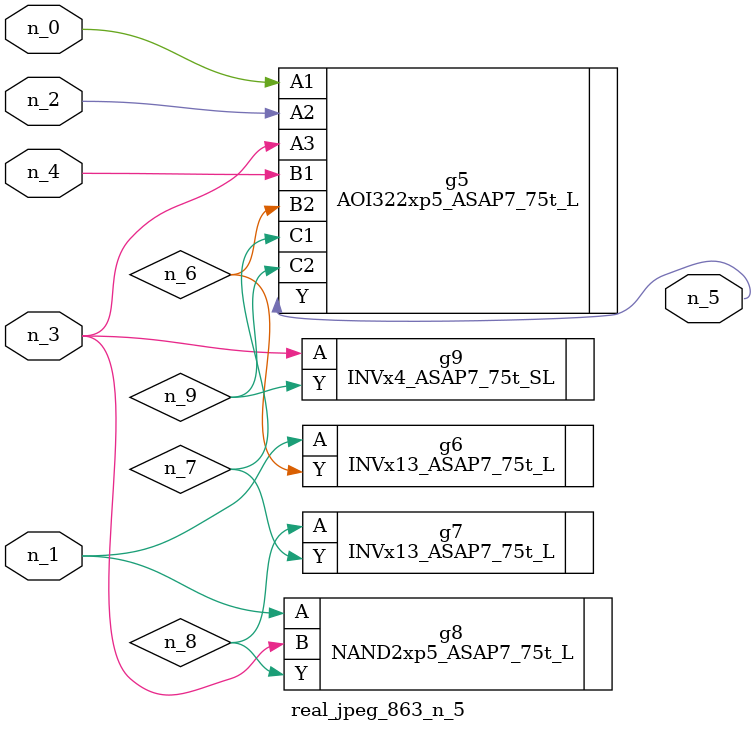
<source format=v>
module real_jpeg_863_n_5 (n_4, n_0, n_1, n_2, n_3, n_5);

input n_4;
input n_0;
input n_1;
input n_2;
input n_3;

output n_5;

wire n_8;
wire n_6;
wire n_7;
wire n_9;

AOI322xp5_ASAP7_75t_L g5 ( 
.A1(n_0),
.A2(n_2),
.A3(n_3),
.B1(n_4),
.B2(n_6),
.C1(n_7),
.C2(n_9),
.Y(n_5)
);

INVx13_ASAP7_75t_L g6 ( 
.A(n_1),
.Y(n_6)
);

NAND2xp5_ASAP7_75t_L g8 ( 
.A(n_1),
.B(n_3),
.Y(n_8)
);

INVx4_ASAP7_75t_SL g9 ( 
.A(n_3),
.Y(n_9)
);

INVx13_ASAP7_75t_L g7 ( 
.A(n_8),
.Y(n_7)
);


endmodule
</source>
